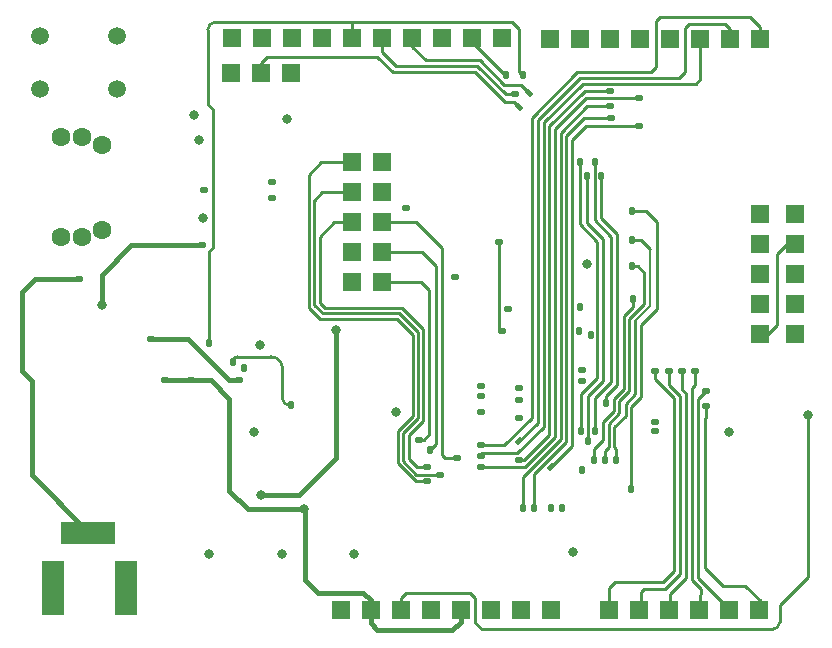
<source format=gbl>
G04 DesignSpark PCB Gerber Version 12.0 Build 5942*
%FSLAX35Y35*%
%MOMM*%
%AMT25*0 Rounded Rectangle Pad at angle 0*4,1,32,-0.07500,-0.32500,0.07500,-0.32500,0.10840,-0.32120,0.14010,-0.31010,0.16850,-0.29220,0.19220,-0.26850,0.21010,-0.24010,0.22120,-0.20840,0.22500,-0.17500,0.22500,0.17500,0.22120,0.20840,0.21010,0.24010,0.19220,0.26850,0.16850,0.29220,0.14010,0.31010,0.10840,0.32120,0.07500,0.32500,-0.07500,0.32500,-0.10840,0.32120,-0.14010,0.31010,-0.16850,0.29220,-0.19220,0.26850,-0.21010,0.24010,-0.22120,0.20840,-0.22500,0.17500,-0.22500,-0.17500,-0.22120,-0.20840,-0.21010,-0.24010,-0.19220,-0.26850,-0.16850,-0.29220,-0.14010,-0.31010,-0.10840,-0.32120,-0.07500,-0.32500,0*%
%ADD25T25*%
%AMT28*0 Rounded Rectangle Pad at angle 0*4,1,20,-0.90000,-2.30000,0.90000,-2.30000,0.91910,-2.29620,0.93530,-2.28540,0.94620,-2.26920,0.95000,-2.25000,0.95000,2.25000,0.94620,2.26910,0.93540,2.28530,0.91920,2.29620,0.90000,2.30000,-0.90000,2.30000,-0.91910,2.29620,-0.93530,2.28540,-0.94620,2.26920,-0.95000,2.25000,-0.95000,-2.25000,-0.94620,-2.26910,-0.93540,-2.28530,-0.91920,-2.29620,-0.90000,-2.30000,0*%
%ADD28T28*%
%ADD76R,1.52400X1.52400*%
%ADD71C,0.20320*%
%ADD10C,0.25400*%
%ADD21C,0.38100*%
%ADD22C,0.81280*%
%AMT27*0 Rounded Rectangle Pad at angle 45*4,1,32,0.17680,-0.28280,0.28280,-0.17680,0.30370,-0.15050,0.31830,-0.12020,0.32580,-0.08750,0.32580,-0.05390,0.31830,-0.02110,0.30370,0.00920,0.28280,0.03540,0.03540,0.28280,0.00910,0.30370,-0.02120,0.31830,-0.05390,0.32580,-0.08750,0.32580,-0.12030,0.31830,-0.15060,0.30370,-0.17680,0.28280,-0.28280,0.17680,-0.30370,0.15050,-0.31830,0.12020,-0.32580,0.08750,-0.32580,0.05390,-0.31830,0.02110,-0.30370,-0.00920,-0.28280,-0.03540,-0.03540,-0.28280,-0.00910,-0.30370,0.02120,-0.31830,0.05390,-0.32580,0.08750,-0.32580,0.12030,-0.31830,0.15060,-0.30370,0.17680,-0.28280,0*%
%ADD27T27*%
%AMT24*0 Rounded Rectangle Pad at angle 90*4,1,32,0.32500,-0.07500,0.32500,0.07500,0.32120,0.10840,0.31010,0.14010,0.29220,0.16850,0.26850,0.19220,0.24010,0.21010,0.20840,0.22120,0.17500,0.22500,-0.17500,0.22500,-0.20840,0.22120,-0.24010,0.21010,-0.26850,0.19220,-0.29220,0.16850,-0.31010,0.14010,-0.32120,0.10840,-0.32500,0.07500,-0.32500,-0.07500,-0.32120,-0.10840,-0.31010,-0.14010,-0.29220,-0.16850,-0.26850,-0.19220,-0.24010,-0.21010,-0.20840,-0.22120,-0.17500,-0.22500,0.17500,-0.22500,0.20840,-0.22120,0.24010,-0.21010,0.26850,-0.19220,0.29220,-0.16850,0.31010,-0.14010,0.32120,-0.10840,0.32500,-0.07500,0*%
%ADD24T24*%
%AMT26*0 Rounded Rectangle Pad at angle 135*4,1,32,0.28280,0.17680,0.17680,0.28280,0.15050,0.30370,0.12020,0.31830,0.08750,0.32580,0.05390,0.32580,0.02110,0.31830,-0.00920,0.30370,-0.03540,0.28280,-0.28280,0.03540,-0.30370,0.00910,-0.31830,-0.02120,-0.32580,-0.05390,-0.32580,-0.08750,-0.31830,-0.12030,-0.30370,-0.15060,-0.28280,-0.17680,-0.17680,-0.28280,-0.15050,-0.30370,-0.12020,-0.31830,-0.08750,-0.32580,-0.05390,-0.32580,-0.02110,-0.31830,0.00920,-0.30370,0.03540,-0.28280,0.28280,-0.03540,0.30370,-0.00910,0.31830,0.02120,0.32580,0.05390,0.32580,0.08750,0.31830,0.12030,0.30370,0.15060,0.28280,0.17680,0*%
%ADD26T26*%
%AMT29*0 Rounded Rectangle Pad at angle 90*4,1,20,2.30000,-0.90000,2.30000,0.90000,2.29620,0.91910,2.28540,0.93530,2.26920,0.94620,2.25000,0.95000,-2.25000,0.95000,-2.26910,0.94620,-2.28530,0.93540,-2.29620,0.91920,-2.30000,0.90000,-2.30000,-0.90000,-2.29620,-0.91910,-2.28540,-0.93530,-2.26920,-0.94620,-2.25000,-0.95000,2.25000,-0.95000,2.26910,-0.94620,2.28530,-0.93540,2.29620,-0.91920,2.30000,-0.90000,0*%
%ADD29T29*%
%ADD94C,1.50000*%
%ADD84C,1.60000*%
X0Y0D02*
D02*
D10*
X43975050Y45560270D02*
Y46337270D01*
X44010550Y46372770D01*
Y47540270D01*
X43965550Y47585270D01*
Y48215270D01*
G75*
G02*
X44030550Y48280270I65000J0D01*
G01*
X45214050D01*
X45215050Y48281270D01*
X45228050D01*
X44670550Y45035270D02*
X44658050D01*
G75*
G02*
X44598050Y45095270I0J60000D01*
G01*
Y45350270D01*
G75*
G03*
X44500550Y45447770I-97500J0D01*
G01*
X44217050D01*
G75*
G03*
X44177050Y45407770I0J-40000D01*
G01*
Y45402270D01*
X45186600Y48144000D02*
X45185550Y48255270D01*
Y48280270D01*
X45186600Y48281270D01*
X45228050D01*
X46541050D01*
X46601050Y48221270D01*
Y47859270D01*
X46627050Y47833270D01*
X46633050D01*
X45440600Y46077770D02*
X45773050D01*
X45840550Y46010270D01*
Y44790670D01*
X45795550Y44745670D01*
X45755550D01*
X45440600Y46331770D02*
X45781550D01*
X45895550Y46217770D01*
Y44707770D01*
X45848050Y44660270D01*
X45440600Y46585770D02*
X45732550D01*
X45948050Y46370270D01*
Y44617770D01*
X45975550Y44590270D01*
X46073050D01*
X45694600Y48144000D02*
Y48073720D01*
X45812050Y47956270D01*
X46267050D01*
X46477050Y47746270D01*
X46622050D01*
X46688050Y47680270D01*
X45823050Y44392770D02*
X45726350D01*
X45575150Y44543970D01*
Y44819070D01*
X45700150Y44944070D01*
Y45634370D01*
X45569250Y45765270D01*
X44919250D01*
X44822650Y45861870D01*
Y46987770D01*
X44928650Y47093770D01*
X45186600D01*
X45825550Y44510270D02*
X45737250D01*
X45665950Y44581570D01*
Y44781470D01*
X45790950Y44906470D01*
Y45678670D01*
X45606850Y45862770D01*
X44956850D01*
X44913450Y45906170D01*
Y46465270D01*
X45033950Y46585770D01*
X45186600D01*
X45930550Y44450270D02*
X45733050D01*
X45620550Y44562770D01*
Y44800270D01*
X45745550Y44925270D01*
Y45657770D01*
X45588050Y45815270D01*
X44938050D01*
X44868050Y45885270D01*
Y46770270D01*
X44937550Y46839770D01*
X45186600D01*
X46202600Y48144000D02*
Y48115720D01*
X46485050Y47833270D01*
X46491050D01*
X46460550Y45662770D02*
Y45667770D01*
X46428050Y45700270D01*
Y46420270D01*
X46568050Y47670270D02*
X46487050D01*
X46248050Y47909270D01*
X45560600D01*
X45440600Y48029270D01*
Y48144000D01*
X46598050Y47562770D02*
X46558050Y47602770D01*
X46483050D01*
X46230550Y47855270D01*
X45535550D01*
X45403050Y47987770D01*
X44469550D01*
X44419550Y47937770D01*
Y47847770D01*
X46875550Y44515270D02*
X47049950Y44689670D01*
Y47284670D01*
X47168050Y47402770D01*
X47621050D01*
X47128050Y44820270D02*
Y45132070D01*
X47265050Y45269070D01*
Y46170270D01*
X47265550Y46170770D01*
Y46422770D01*
X47115550Y46572770D01*
Y47097770D01*
X47188050Y44730270D02*
Y45113270D01*
X47315050Y45240270D01*
Y46122770D01*
X47315550Y46123270D01*
Y46445270D01*
X47178050Y46582770D01*
Y46977770D01*
X47248050Y44820270D02*
Y45096470D01*
X47383050Y45231470D01*
Y46465270D01*
X47240550Y46607770D01*
Y47095270D01*
X47338050Y45056270D02*
Y45113270D01*
X47433050Y45208270D01*
Y46490270D01*
X47298050Y46625270D01*
Y46977770D01*
X47361000Y43301000D02*
Y43485720D01*
X47415550Y43540270D01*
X47818050D01*
X47913050Y43635270D01*
Y45097040D01*
X47754820Y45255270D01*
Y45329270D01*
X47373050Y47567770D02*
X47177450D01*
X46953050Y47343370D01*
Y44748070D01*
X46637050Y44432070D01*
Y44170270D01*
X47373050Y47700270D02*
X47160550D01*
X46858050Y47397770D01*
Y44785670D01*
X46645150Y44572770D01*
X46603050D01*
X47378050Y47465270D02*
X47148050D01*
X47000550Y47317770D01*
Y44729270D01*
X46728050Y44456770D01*
Y44170270D01*
X47555550Y46212770D02*
X47608050D01*
X47663050Y46157770D01*
Y45895470D01*
X47535350Y45767770D01*
Y45154470D01*
X47450550Y45069670D01*
Y44967170D01*
X47360350Y44876970D01*
Y44682770D01*
X47328050Y44650470D01*
Y44575270D01*
X47555550Y46432770D02*
X47638050D01*
X47708050Y46362770D01*
X47555550Y46682770D02*
X47673050D01*
X47765550Y46590270D01*
Y45850270D01*
X47630550Y45715270D01*
Y45102770D01*
X47553050Y45025270D01*
Y44330270D01*
X47568050Y45932770D02*
Y45870870D01*
X47489950Y45792770D01*
Y45175370D01*
X47403050Y45088470D01*
Y44985970D01*
X47314950Y44897870D01*
Y44745270D01*
X47233050Y44663370D01*
Y44575270D01*
X47580750Y45747770D02*
Y45128570D01*
X47503050Y45050870D01*
Y44948370D01*
X47405750Y44851070D01*
Y44682770D01*
X47420550Y44667970D01*
Y44572770D01*
X47615000Y43301000D02*
X47634050D01*
Y43452770D01*
X47659050Y43477770D01*
X47837050D01*
X47968050Y43608770D01*
Y45114270D01*
X47869920Y45212400D01*
Y45329270D01*
X47621050Y47642270D02*
X47171850D01*
X46905550Y47375970D01*
Y44766870D01*
X46651450Y44512770D01*
X46278050D01*
X47869000Y43301000D02*
X47879050D01*
Y43441320D01*
X48015050Y43577320D01*
Y45135270D01*
X47980010Y45170310D01*
Y45329270D01*
X47985010D01*
X48123000Y43301000D02*
X48138000Y43484860D01*
X48063050Y43559810D01*
Y45180270D01*
X48092050Y45209270D01*
Y45329270D01*
X48135050Y48140270D02*
Y47798270D01*
X48097050Y47760270D01*
X47139450D01*
X46810550Y47431370D01*
Y44855270D01*
X46588050Y44632770D01*
X46280550D01*
Y44607770D01*
X48184050Y45030270D02*
Y44934270D01*
X48174050Y44924270D01*
Y43659270D01*
X48326050Y43507270D01*
X48518050D01*
X48646000Y43379320D01*
X48631000Y43301000D01*
X48377000D02*
X48391320D01*
X48115050Y43577270D01*
Y45086270D01*
X48185050Y45156270D01*
Y45155270D01*
X48184050D01*
X48389050Y48140270D02*
Y48220270D01*
X48344050Y48265270D01*
X48041050D01*
X48008050Y48232270D01*
Y47858770D01*
X47959550Y47810270D01*
X47120550D01*
X46760550Y47450270D01*
Y44887770D01*
X46603050Y44730270D01*
X48643050Y48140270D02*
Y48242270D01*
X48559050Y48326270D01*
X47792050D01*
X47758050Y48292270D01*
Y47897270D01*
X47721050Y47860270D01*
X47095300D01*
X46708050Y47473020D01*
Y44932770D01*
X46478050Y44702770D01*
X46280550D01*
X48942050Y46401270D02*
X48869050D01*
X48789050Y46321270D01*
Y45719270D01*
X48709050Y45639270D01*
X48641050D01*
X49048050Y44950270D02*
Y43582770D01*
X48808050Y43342770D01*
Y43200270D01*
G75*
G02*
X48748050Y43140270I-60000J0D01*
G01*
X46285550D01*
X46230550Y43195270D01*
Y43405270D01*
X46185550Y43450270D01*
X45640550D01*
X45598000Y43407720D01*
Y43301000D01*
D02*
D71*
X47708050Y46362770D02*
Y45875070D01*
X47580750Y45747770D01*
D02*
D21*
X42955050Y43958270D02*
Y43966270D01*
X42475050Y44446270D01*
Y45246270D01*
X42394050Y45327270D01*
Y45994270D01*
X42506050Y46106270D01*
X42878050D01*
X43070050Y45882270D02*
Y46142270D01*
X43320050Y46392270D01*
X43916050D01*
X43918050Y46394270D01*
Y46395270D01*
X43482050Y45597270D02*
X43802550D01*
X44148050Y45251770D01*
X44232050D01*
X43820550Y45247770D02*
X43600550D01*
X43820550D02*
X43992550D01*
X44148050Y45092270D01*
Y44314270D01*
X44303050Y44159270D01*
X44785050D01*
X45051050Y45675270D02*
Y44592270D01*
X44738050Y44279270D01*
X44415050D01*
X45344000Y43301000D02*
Y43388320D01*
X45282050Y43450270D01*
X44896050D01*
X44787050Y43559270D01*
Y44157270D01*
X44785050Y44159270D01*
X46106000Y43301000D02*
Y43205220D01*
X46032050Y43131270D01*
X45402000D01*
X45344000Y43189270D01*
Y43301000D01*
D02*
D22*
X43070050Y45882270D03*
X43853050Y47492270D03*
X43893050Y47281270D03*
X43927050Y46619270D03*
X43979050Y43778270D03*
X44355550Y44810970D03*
X44411050Y45549270D03*
X44415050Y44279270D03*
X44596050Y43778270D03*
X44638050Y47457770D03*
X44785050Y44159270D03*
X45051050Y45675270D03*
X45206050Y43778270D03*
X45563050Y44982770D03*
X47057050Y43791270D03*
X47175550Y46235270D03*
X48377050Y44806270D03*
X49048050Y44950270D03*
D02*
D24*
X42878050Y46106270D03*
X43482050Y45597270D03*
X43600550Y45247770D03*
X43820550D03*
X43918050Y46395270D03*
X43930550Y46862770D03*
X44232050Y45251770D03*
X44510550Y46795270D03*
Y46930270D03*
X45640550Y46705270D03*
X45755550Y44745670D03*
X45823050Y44392770D03*
X45825550Y44510270D03*
X45930550Y44450270D03*
X46055550Y46122270D03*
X46073050Y44590270D03*
X46278050Y44512770D03*
Y44980270D03*
X46280550Y44607770D03*
Y44702770D03*
X46283050Y45115270D03*
Y45200270D03*
X46428050Y46420270D03*
X46460550Y45662770D03*
X46508050Y45850270D03*
X46568050Y47670270D03*
X46598050Y44931270D03*
Y45081070D03*
Y45181270D03*
X46603050Y44572770D03*
X47134050Y45245270D03*
X47137050Y45337770D03*
X47373050Y47567770D03*
Y47700270D03*
X47378050Y47465270D03*
X47621050Y47402770D03*
Y47642270D03*
X47754820Y44818270D03*
Y44895270D03*
Y45329270D03*
X47869920D03*
X47985010D03*
X48092050D03*
X48184050Y45030270D03*
Y45155270D03*
D02*
D25*
X43975050Y45560270D03*
X44177050Y45402270D03*
X44275050Y45353270D03*
X44670550Y45035270D03*
X45848050Y44660270D03*
X46491050Y47833270D03*
X46633050D03*
X46637050Y44170270D03*
X46728050D03*
X46872480D03*
X46965050D03*
X47113050Y45662770D03*
X47115550Y47097770D03*
X47118050Y45865270D03*
X47128050Y44820270D03*
X47137050Y44486270D03*
X47178050Y46977770D03*
X47188050Y44730270D03*
X47208050Y45630270D03*
X47233050Y44575270D03*
X47240550Y47095270D03*
X47248050Y44820270D03*
X47298050Y46977770D03*
X47328050Y44575270D03*
X47338050Y45056270D03*
X47420550Y44572770D03*
X47553050Y44330270D03*
X47555550Y46212770D03*
Y46432770D03*
Y46682770D03*
X47568050Y45932770D03*
D02*
D26*
X46603050Y44730270D03*
X46875550Y44515270D03*
D02*
D27*
X46598050Y47562770D03*
X46688050Y47680270D03*
D02*
D28*
X42655050Y43488270D03*
X43275050D03*
D02*
D29*
X42955050Y43958270D03*
D02*
D76*
X44165550Y47847770D03*
X44170600Y48144000D03*
X44419550Y47847770D03*
X44424600Y48144000D03*
X44673550Y47847770D03*
X44678600Y48144000D03*
X44932600D03*
X45090000Y43301000D03*
X45186600Y46077770D03*
Y46331770D03*
Y46585770D03*
Y46839770D03*
Y47093770D03*
Y48144000D03*
X45344000Y43301000D03*
X45440600Y46077770D03*
Y46331770D03*
Y46585770D03*
Y46839770D03*
Y47093770D03*
Y48144000D03*
X45598000Y43301000D03*
X45694600Y48144000D03*
X45852000Y43301000D03*
X45948600Y48144000D03*
X46106000Y43301000D03*
X46202600Y48144000D03*
X46360000Y43301000D03*
X46456600Y48144000D03*
X46614000Y43301000D03*
X46865050Y48140270D03*
X46868000Y43301000D03*
X47119050Y48140270D03*
X47361000Y43301000D03*
X47373050Y48140270D03*
X47615000Y43301000D03*
X47627050Y48140270D03*
X47869000Y43301000D03*
X47881050Y48140270D03*
X48123000Y43301000D03*
X48135050Y48140270D03*
X48377000Y43301000D03*
X48389050Y48140270D03*
X48631000Y43301000D03*
X48641050Y45639270D03*
Y45893270D03*
Y46147270D03*
Y46401270D03*
Y46655270D03*
X48643050Y48140270D03*
X48942050Y45639270D03*
Y45893270D03*
Y46147270D03*
Y46401270D03*
Y46655270D03*
D02*
D84*
X42725550Y46460270D03*
Y47305270D03*
X42900550Y46460270D03*
Y47305270D03*
X43070550Y46522770D03*
Y47242770D03*
D02*
D94*
X42546050Y47710270D03*
Y48160270D03*
X43196050Y47710270D03*
Y48160270D03*
X0Y0D02*
M02*

</source>
